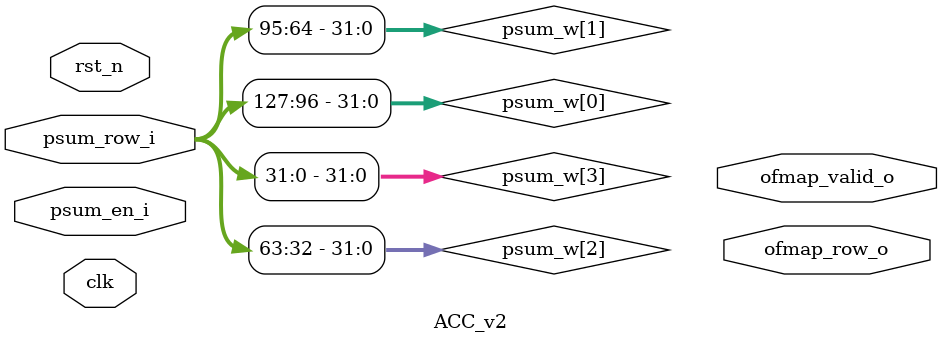
<source format=v>
module ACC_v2 #(
    // Parameter
    parameter PE_SIZE       = 4,
    parameter DATA_WIDTH    = 8,
    parameter PSUM_WIDTH    = 32,
    parameter FIFO_DEPTH    = 4,
    parameter SLICING_IDX   = 32
    )
    (
    // Special input
    input   clk,
    input   rst_n,
    
    // R/W enable signal
    input   [PE_SIZE-1:0]   psum_en_i,                  // signal from SA, used for fifo write signal
    
    // I/O data
    input   [PSUM_WIDTH*PE_SIZE-1:0]    psum_row_i,
    output                              ofmap_valid_o,  // first fifo ofmap valid signal
    output  [DATA_WIDTH*PE_SIZE-1:0]    ofmap_row_o
    
    
    );
    
    // Wire port for data, 2D array var[fifo_col_idx][bit_idx]
    wire    [PSUM_WIDTH-1:0]    psum_w      [0:PE_SIZE-1];
    wire    [PSUM_WIDTH-1:0]    fifo_in_w   [0:PE_SIZE-1];  // FIFO wdata
    wire    [PSUM_WIDTH-1:0]    fifo_out_w  [0:PE_SIZE-1];  // FIFO rdate
    wire    [PSUM_WIDTH-1:0]    feedback_w  [0:PE_SIZE-1];  // Zero or FIFO rdata
    
    // Wire port for control
    wire    [PE_SIZE-1:0]       rden_w;                     // FIFO read enable signal
    wire    [PE_SIZE-1:0]       acc_en_w;                   // Accumulation enable signal(use for reset fifo rdata)
    
    
    
    // Data flow of accumulation FIFO
    // (fifo_out + psum -> fifo_in)
    genvar j;
    generate
        for (j=0; j < PE_SIZE; j=j+1) begin : GEN_ACC_OP
            // flatten input data with each wire
            assign psum_w[j] = psum_row_i[PSUM_WIDTH*(PE_SIZE-j)-1 : PSUM_WIDTH*(PE_SIZE-j-1)];     
            
            // checking preload psum, not_full -> preload psum by giving feedback zero
            assign feedback_w[j] = acc_en_w[j] ? fifo_out_w[j] : {(PSUM_WIDTH){1'b0}};              
            
            // FIFO accumulation
            assign fifo_in_w[j] = feedback_w[j] + psum_w[j];
            
            // Read FIFO when accumulation or GLB read activation
            assign rden_w[j] = (psum_en_i[j] & acc_en_w[j]);
        end
    endgenerate
    
    
    // FIFO Inst(i : col num)
    genvar i;
    generate
        for (i=0; i < PE_SIZE; i=i+1) begin : GEN_FIFO
            FIFO_v2 #(
                // Parameter
                .DATA_WIDTH (PSUM_WIDTH),       // data bit width
                .FIFO_DEPTH (FIFO_DEPTH)        // FIFO entry num
            ) FIFO_INST (   
                // special signal
                .clk        (clk),              // clock signal
                .rst_n      (rst_n),            // negedge pointer reset signal(don't need to reset data in fifo)
                // R/W input signal
                .wren_i     (psum_en_i[i]),     // write enable signal
                .rden_i     (rden_w[i]),        // read denable signal
                // F/E output signal
                .full_o     (acc_en_w[i]),      // check fifo is full, if full the signal is high
                .empty_o    (),                 // chcek fifo is empty, if empty the signal is high
                // In/Out data signal
                .wdata_i    (fifo_in_w[i]),     // write data
                .rdata_o    (fifo_out_w[i])     // read data
            );
        end
    endgenerate
    
    
    // Output assignment
    // Output need to be quantized with high 8bit num
    genvar k;
    generate
        for (k=0; k < PE_SIZE; k=k+1) begin : GEN_OUT
            // concatenate flatten output data
            assign psum_row_o[DATA_WIDTH*(PE_SIZE-k)-1 : DATA_WIDTH*(PE_SIZE-k-1)] = fifo_out_w[k][SLICING_IDX-1 -: DATA_WIDTH];
        end
    endgenerate
    
endmodule
</source>
